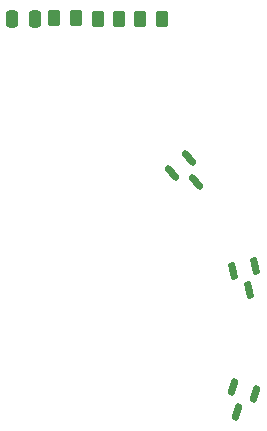
<source format=gbr>
%TF.GenerationSoftware,KiCad,Pcbnew,7.0.1*%
%TF.CreationDate,2023-09-20T08:02:12-03:00*%
%TF.ProjectId,Circuito interno Maxon 30W v4,43697263-7569-4746-9f20-696e7465726e,rev?*%
%TF.SameCoordinates,Original*%
%TF.FileFunction,Paste,Top*%
%TF.FilePolarity,Positive*%
%FSLAX46Y46*%
G04 Gerber Fmt 4.6, Leading zero omitted, Abs format (unit mm)*
G04 Created by KiCad (PCBNEW 7.0.1) date 2023-09-20 08:02:12*
%MOMM*%
%LPD*%
G01*
G04 APERTURE LIST*
G04 Aperture macros list*
%AMRoundRect*
0 Rectangle with rounded corners*
0 $1 Rounding radius*
0 $2 $3 $4 $5 $6 $7 $8 $9 X,Y pos of 4 corners*
0 Add a 4 corners polygon primitive as box body*
4,1,4,$2,$3,$4,$5,$6,$7,$8,$9,$2,$3,0*
0 Add four circle primitives for the rounded corners*
1,1,$1+$1,$2,$3*
1,1,$1+$1,$4,$5*
1,1,$1+$1,$6,$7*
1,1,$1+$1,$8,$9*
0 Add four rect primitives between the rounded corners*
20,1,$1+$1,$2,$3,$4,$5,0*
20,1,$1+$1,$4,$5,$6,$7,0*
20,1,$1+$1,$6,$7,$8,$9,0*
20,1,$1+$1,$8,$9,$2,$3,0*%
G04 Aperture macros list end*
%ADD10RoundRect,0.150000X-0.273603X0.541108X-0.019286X-0.606040X0.273603X-0.541108X0.019286X0.606040X0*%
%ADD11RoundRect,0.250000X0.262500X0.450000X-0.262500X0.450000X-0.262500X-0.450000X0.262500X-0.450000X0*%
%ADD12RoundRect,0.150000X-0.507501X0.331812X0.286318X-0.534489X0.507501X-0.331812X-0.286318X0.534489X0*%
%ADD13RoundRect,0.250000X-0.262500X-0.450000X0.262500X-0.450000X0.262500X0.450000X-0.262500X0.450000X0*%
%ADD14RoundRect,0.250000X0.250000X0.475000X-0.250000X0.475000X-0.250000X-0.475000X0.250000X-0.475000X0*%
%ADD15RoundRect,0.150000X0.044168X0.604736X-0.328665X-0.509544X-0.044168X-0.604736X0.328665X0.509544X0*%
G04 APERTURE END LIST*
D10*
%TO.C,IC1*%
X134515335Y-104325918D03*
X132660373Y-104737153D03*
X133993678Y-106362091D03*
%TD*%
D11*
%TO.C,R3*%
X126600000Y-83360000D03*
X124775000Y-83360000D03*
%TD*%
D12*
%TO.C,IC3*%
X128909466Y-95164191D03*
X127508639Y-96447812D03*
X129475784Y-97188397D03*
%TD*%
D13*
%TO.C,R2*%
X117515000Y-83320000D03*
X119340000Y-83320000D03*
%TD*%
D14*
%TO.C,C1*%
X115850000Y-83350000D03*
X113950000Y-83350000D03*
%TD*%
D13*
%TO.C,R1*%
X121197500Y-83340000D03*
X123022500Y-83340000D03*
%TD*%
D15*
%TO.C,IC2*%
X134478381Y-115162386D03*
X132676566Y-114559507D03*
X132982527Y-116639053D03*
%TD*%
M02*

</source>
